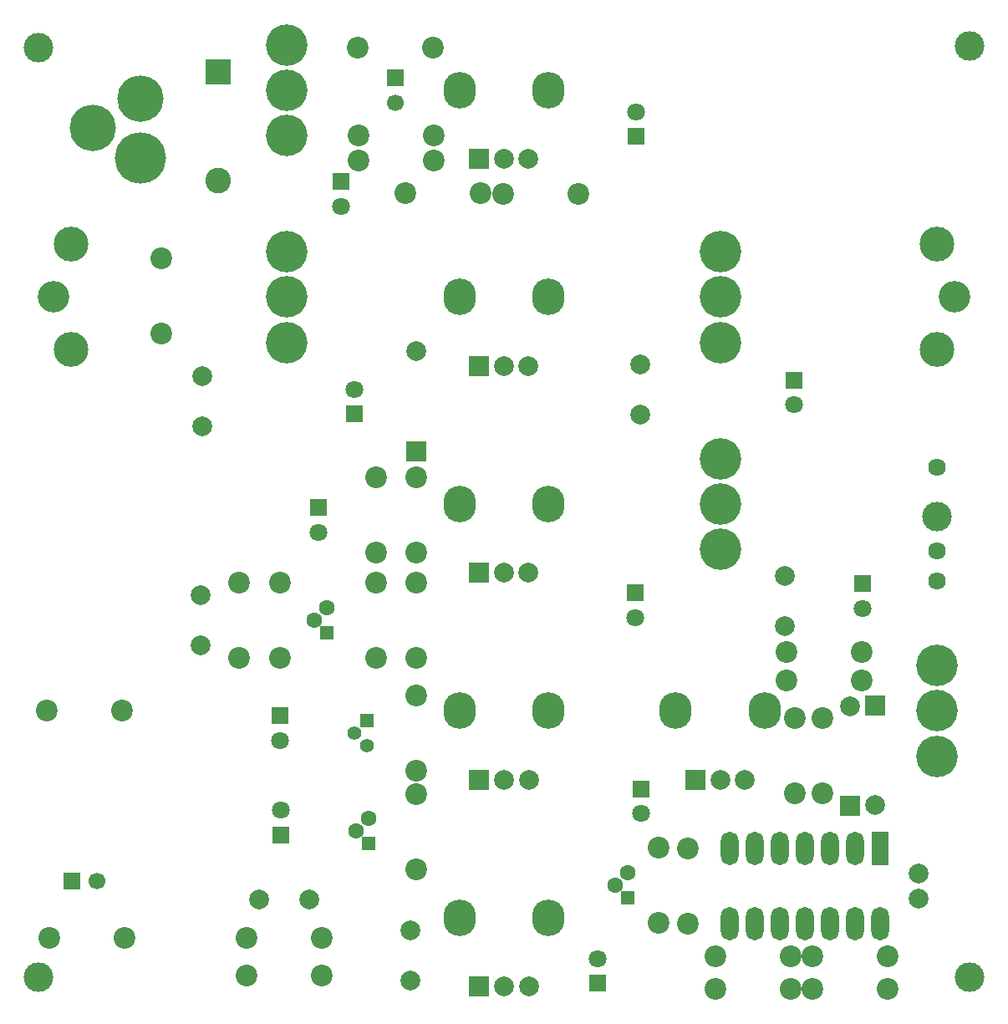
<source format=gbr>
G04 DipTrace 3.3.1.1*
G04 TopMask.gbr*
%MOMM*%
G04 #@! TF.FileFunction,Soldermask,Top*
G04 #@! TF.Part,Single*
%AMOUTLINE1*
4,1,4,
-0.6657,0.6657,
0.6657,0.6657,
0.6657,-0.6657,
-0.6657,-0.6657,
-0.6657,0.6657,
0*%
%ADD18C,1.6*%
%ADD19C,1.8*%
%ADD22R,1.8X1.8*%
%ADD30C,1.793*%
%ADD32C,2.0*%
%ADD33C,1.4*%
%ADD42C,3.0*%
%ADD57O,3.3X3.7*%
%ADD59O,1.8X3.4*%
%ADD61R,1.8X3.4*%
%ADD63C,4.2*%
%ADD66R,1.4X1.4*%
%ADD68C,2.2*%
%ADD69C,2.2*%
%ADD73C,3.52*%
%ADD75C,3.2*%
%ADD77C,4.7*%
%ADD79C,5.2*%
%ADD81R,1.7X1.7*%
%ADD83C,1.7*%
%ADD85R,2.0X2.0*%
%ADD86C,2.6*%
%ADD87R,2.6X2.6*%
%ADD91OUTLINE1*%
%FSLAX35Y35*%
G04*
G71*
G90*
G75*
G01*
G04 TopMask*
%LPD*%
D22*
X4122293Y6041837D3*
D19*
Y5791837D3*
D32*
X2920973Y4651187D3*
Y5159187D3*
D22*
X3731083Y3934047D3*
D19*
Y3684047D3*
D32*
X3513467Y2072957D3*
X4021467D3*
D22*
X3740363Y2726843D3*
D19*
Y2976843D3*
D32*
X7376927Y7493877D3*
Y6985877D3*
D22*
X8935247Y7334317D3*
D19*
Y7084317D3*
D22*
X4479950Y6991957D3*
D19*
Y7241957D3*
D32*
X2940893Y7373757D3*
Y6865757D3*
X8842040Y5347637D3*
Y4839637D3*
D22*
X7330087Y5179670D3*
D19*
Y4929670D3*
D22*
X6949947Y1226120D3*
D19*
Y1476120D3*
D32*
X5051723Y1758097D3*
Y1250097D3*
D22*
X4345017Y9345040D3*
D19*
Y9095040D3*
D22*
X9634077Y5274487D3*
D19*
Y5024487D3*
D22*
X7388423Y3192470D3*
D19*
Y2942470D3*
D32*
X10195140Y2084590D3*
Y2338590D3*
D22*
X7337103Y9800587D3*
D19*
Y10050587D3*
D87*
X3100043Y10460330D3*
D86*
Y9355330D3*
D85*
X5106807Y6615443D3*
D32*
Y7625443D3*
D83*
X4894773Y10143687D3*
D81*
Y10397687D3*
D85*
X9500530Y3022433D3*
D32*
Y4032433D3*
D85*
X9761063Y4037747D3*
D32*
Y3027747D3*
D83*
X1875540Y2260657D3*
D81*
X1621540D3*
D79*
X2318240Y9588517D3*
D77*
Y10188517D3*
X1828240Y9888517D3*
D75*
X1431300Y8175180D3*
D73*
X1609300Y7641680D3*
Y8708680D3*
D75*
X10559387Y8175110D3*
D73*
X10381387Y8708610D3*
Y7641610D3*
D30*
X10381133Y6452714D3*
Y5602714D3*
Y5302714D3*
D42*
Y5952714D3*
D69*
X2128437Y3989950D3*
D68*
X1366437D3*
D91*
X4204933Y4778187D3*
D18*
X4077933Y4905187D3*
X4204933Y5032187D3*
D66*
X4605953Y3883547D3*
D33*
X4478953Y3756547D3*
X4605953Y3629547D3*
D91*
X4626687Y2641470D3*
D18*
X4499687Y2768470D3*
X4626687Y2895470D3*
D91*
X7253810Y2093547D3*
D18*
X7126810Y2220547D3*
X7253810Y2347547D3*
D69*
X2528337Y8564450D3*
D68*
Y7802450D3*
D69*
X4701847Y6350337D3*
D68*
Y5588337D3*
D69*
X5105013D3*
D68*
Y6350337D3*
D69*
Y4524187D3*
D68*
Y5286187D3*
D69*
X4701847Y4524187D3*
D68*
Y5286187D3*
D69*
X3312667D3*
D68*
Y4524187D3*
D69*
X3725790D3*
D68*
Y5286187D3*
D69*
X5105013Y3375547D3*
D68*
Y4137547D3*
D69*
Y3139820D3*
D68*
Y2377820D3*
D69*
X3386467Y1301663D3*
D68*
X4148467D3*
D69*
Y1686913D3*
D68*
X3386467D3*
D69*
X6749793Y9222160D3*
D68*
X5987793D3*
D69*
X5764833Y9227550D3*
D68*
X5002833D3*
D69*
X8946603Y3148693D3*
D68*
Y3910693D3*
D69*
X9886750Y1170040D3*
D68*
X9124750D3*
D69*
X1392850Y1682920D3*
D68*
X2154850D3*
D69*
X4513773Y10697950D3*
D68*
X5275773D3*
D69*
X4524103Y9812313D3*
D68*
X5286103D3*
D69*
X5285803Y9558133D3*
D68*
X4523803D3*
D69*
X9225307Y3910850D3*
D68*
Y3148850D3*
D69*
X8857767Y4288880D3*
D68*
X9619767D3*
D69*
X8862543Y4576497D3*
D68*
X9624543D3*
D69*
X7563443Y1834963D3*
D68*
Y2596963D3*
D69*
X7859320Y1832870D3*
D68*
Y2594870D3*
D69*
X9886750Y1495993D3*
D68*
X9124750D3*
D69*
X8143597D3*
D68*
X8905597D3*
D69*
Y1170040D3*
D68*
X8143597D3*
D63*
X8187740Y7714913D3*
Y8175313D3*
Y8635713D3*
X3793597Y7714747D3*
Y8175147D3*
Y8635547D3*
X8187440Y5619463D3*
Y6079863D3*
Y6540263D3*
X3794090Y10731217D3*
Y10270817D3*
Y9810417D3*
X10382553Y4444477D3*
Y3984077D3*
Y3523677D3*
D61*
X9804320Y2589487D3*
D59*
X9550320D3*
X9296320D3*
X9042320D3*
X8788320D3*
X8534320D3*
X8280320D3*
Y1827487D3*
X8534320D3*
X8788320D3*
X9042320D3*
X9296320D3*
X9550320D3*
X9804320D3*
D85*
X5747150Y9572610D3*
D57*
X5547150Y10272610D3*
D32*
X5997150Y9572610D3*
D57*
X6447150Y10272610D3*
D32*
X6247150Y9572610D3*
D85*
X5747313Y7476940D3*
D57*
X5547313Y8176940D3*
D32*
X5997313Y7476940D3*
D57*
X6447313Y8176940D3*
D32*
X6247313Y7476940D3*
D85*
X5747513Y5380827D3*
D57*
X5547513Y6080827D3*
D32*
X5997513Y5380827D3*
D57*
X6447513Y6080827D3*
D32*
X6247513Y5380827D3*
D85*
X5747683Y3285797D3*
D57*
X5547683Y3985797D3*
D32*
X5997683Y3285797D3*
D57*
X6447683Y3985797D3*
D32*
X6247683Y3285797D3*
D85*
X5747713Y1190137D3*
D57*
X5547713Y1890137D3*
D32*
X5997713Y1190137D3*
D57*
X6447713Y1890137D3*
D32*
X6247713Y1190137D3*
D85*
X7937593Y3286260D3*
D57*
X7737593Y3986260D3*
D32*
X8187593Y3286260D3*
D57*
X8637593Y3986260D3*
D32*
X8437593Y3286260D3*
D42*
X1285747Y10699623D3*
X1285753Y1285747D3*
X10715503D3*
Y10715503D3*
M02*

</source>
